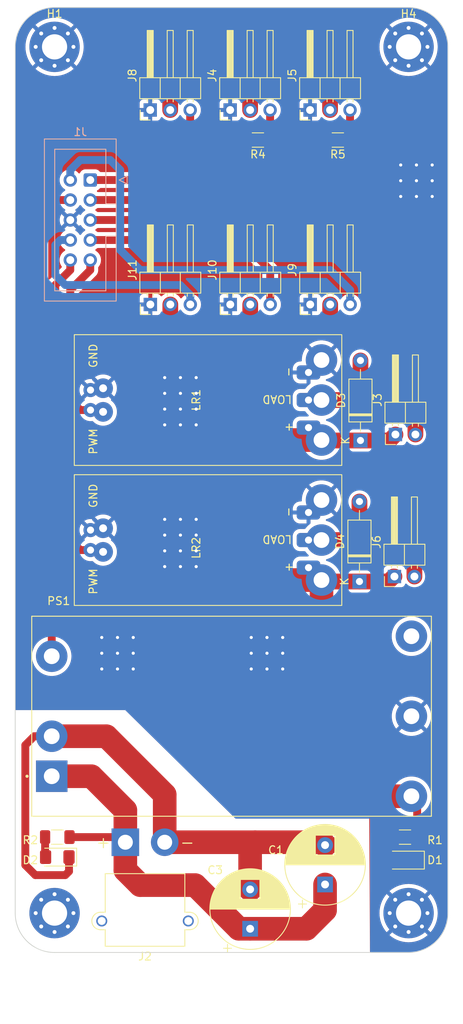
<source format=kicad_pcb>
(kicad_pcb (version 20221018) (generator pcbnew)
  (layers (0 "F.Cu" signal) (31 "B.Cu" signal) (34 "B.Paste" user) (35 "F.Paste" user) (36 "B.SilkS" user "B.Silkscreen") (37 "F.SilkS" user "F.Silkscreen") (38 "B.Mask" user) (39 "F.Mask" user) (44 "Edge.Cuts" user))
  (net 0 "")
  (net 1 "+24V")
  (net 2 "GND2")
  (net 3 "GND")
  (net 4 "Net-(D1-A)")
  (net 5 "Net-(D2-A)")
  (net 6 "IO_A_1")
  (net 7 "IO_A_2")
  (net 8 "IO_D_2")
  (net 9 "IO_D_1")
  (net 10 "IO_D_3")
  (net 11 "IO_A_3")
  (net 12 "IO_A_4")
  (net 13 "IO_P_1")
  (net 14 "IO_P_2")
  (net 15 "Net-(D3-A)")
  (net 16 "Net-(D4-A)")
  (net 17 "+5VP")
  (net 19 "Net-(J4-Pin_3)")
  (net 20 "Net-(J5-Pin_3)")
  (footprint "Diode_THT:D_A-405_P10.16mm_Horizontal" (layer "F.Cu") (at 163.884 74.986 90)
    (fp_text reference "D3" (at 5.08 -2.47 90) (layer "F.SilkS"))
    (fp_text value "D_Schottky_Small")
    (fp_text user "K" (at 0 -1.9 90) (layer "F.SilkS"))
    (pad "1" thru_hole rect (at 0 0 90) (size 1.8 1.8) (drill 0.9) (layers "*.Cu" "*.Mask") (net 17 "+5VP"))
    (pad "2" thru_hole oval (at 10.16 0 90) (size 1.8 1.8) (drill 0.9) (layers "*.Cu" "*.Mask") (net 15 "Net-(D3-A)"))
  )
  (footprint "LED_SMD:LED_1206_3216Metric_Pad1.42x1.75mm_HandSolder" (layer "F.Cu") (at 169.545 128.27 180)
    (fp_text reference "D1" (at -3.81 0) (layer "F.SilkS"))
    (fp_text value "LED_Small")
    (pad "1" smd roundrect (at -1.4875 0 180) (size 1.425 1.75) (layers "F.Cu" "F.Paste" "F.Mask") (roundrect_rratio 0.175439) (net 3 "GND"))
    (pad "2" smd roundrect (at 1.4875 0 180) (size 1.425 1.75) (layers "F.Cu" "F.Paste" "F.Mask") (roundrect_rratio 0.175439) (net 4 "Net-(D1-A)"))
  )
  (footprint "Connector_PinHeader_2.54mm:PinHeader_1x03_P2.54mm_Horizontal" (layer "F.Cu") (at 137.16 33.02 90)
    (fp_text reference "J8" (at 4.385 -2.27 90) (layer "F.SilkS"))
    (fp_text value "Conn_01x03")
    (pad "1" thru_hole rect (at 0 0 90) (size 1.7 1.7) (drill 1) (layers "*.Cu" "*.Mask") (net 3 "GND"))
    (pad "2" thru_hole oval (at 0 2.54 90) (size 1.7 1.7) (drill 1) (layers "*.Cu" "*.Mask") (net 17 "+5VP"))
    (pad "3" thru_hole oval (at 0 5.08 90) (size 1.7 1.7) (drill 1) (layers "*.Cu" "*.Mask") (net 6 "IO_A_1"))
  )
  (footprint "Connector_PinHeader_2.54mm:PinHeader_1x02_P2.54mm_Horizontal" (layer "F.Cu") (at 168.329 74.225 90)
    (fp_text reference "J3" (at 4.385 -2.27 90) (layer "F.SilkS"))
    (fp_text value "Conn_01x02")
    (pad "1" thru_hole rect (at 0 0 90) (size 1.7 1.7) (drill 1) (layers "*.Cu" "*.Mask") (net 17 "+5VP"))
    (pad "2" thru_hole oval (at 0 2.54 90) (size 1.7 1.7) (drill 1) (layers "*.Cu" "*.Mask") (net 15 "Net-(D3-A)"))
  )
  (footprint "LR7843:LR7843-Board" (layer "F.Cu") (at 143.51 69.85 90)
    (fp_text reference "LR1" (at 0 -0.5 90 unlocked) (layer "F.SilkS"))
    (fp_text value "~")
    (fp_text user "-" (at 2.853728 11.781931 90 unlocked) (layer "F.SilkS") (effects (justify left bottom)))
    (fp_text user "GND" (at 4 -13 90 unlocked) (layer "F.SilkS") (effects (justify left bottom)))
    (fp_text user "LOAD" (at 0.683509 11.736718 180 unlocked) (layer "F.SilkS") (effects (justify left bottom)))
    (fp_text user "+" (at -4.154268 11.827144 90 unlocked) (layer "F.SilkS") (effects (justify left bottom)))
    (fp_text user "PWM" (at -7 -13 90 unlocked) (layer "F.SilkS") (effects (justify left bottom)))
    (pad "1" thru_hole circle (at -1.5 -12.34 90) (size 2.5 2.5) (drill 1) (layers "*.Cu" "*.Mask") (net 13 "IO_P_1"))
    (pad "1" thru_hole circle (at -1.27 -13.94 90) (size 1.8 1.8) (drill 0.9) (layers "*.Cu" "*.Mask") (net 13 "IO_P_1"))
    (pad "2" thru_hole circle (at 1.27 -13.94 90) (size 1.8 1.8) (drill 0.9) (layers "*.Cu" "*.Mask") (net 3 "GND"))
    (pad "2" thru_hole circle (at 1.5 -12.34 90) (size 2.5 2.5) (drill 1) (layers "*.Cu" "*.Mask") (net 3 "GND"))
    (pad "3" thru_hole circle (at -5.08 15.42 90) (size 4 4) (drill 2) (layers "*.Cu" "*.Mask") (net 17 "+5VP"))
    (pad "3" thru_hole roundrect (at -3.5 13.77 90) (size 1.8 3) (drill 0.9) (layers "*.Cu" "*.Mask") (net 17 "+5VP"))
    (pad "4" thru_hole roundrect (at 0 13.77 90) (size 1.8 3) (drill 0.9) (layers "*.Cu" "*.Mask") (net 15 "Net-(D3-A)"))
    (pad "4" thru_hole circle (at 0 15.42 90) (size 4 4) (drill 2) (layers "*.Cu" "*.Mask") (net 15 "Net-(D3-A)"))
    (pad "5" thru_hole roundrect (at 3.5 13.77 90) (size 1.8 3) (drill 0.9) (layers "*.Cu" "*.Mask") (net 3 "GND"))
    (pad "5" thru_hole circle (at 5.08 15.42 90) (size 4 4) (drill 2) (layers "*.Cu" "*.Mask") (net 3 "GND"))
  )
  (footprint "Connector_PinHeader_2.54mm:PinHeader_1x03_P2.54mm_Horizontal" (layer "F.Cu") (at 157.495 57.715 90)
    (fp_text reference "J9" (at 4.385 -2.27 90) (layer "F.SilkS"))
    (fp_text value "Conn_01x03")
    (pad "1" thru_hole rect (at 0 0 90) (size 1.7 1.7) (drill 1) (layers "*.Cu" "*.Mask") (net 3 "GND"))
    (pad "2" thru_hole oval (at 0 2.54 90) (size 1.7 1.7) (drill 1) (layers "*.Cu" "*.Mask") (net 17 "+5VP"))
    (pad "3" thru_hole oval (at 0 5.08 90) (size 1.7 1.7) (drill 1) (layers "*.Cu" "*.Mask") (net 7 "IO_A_2"))
  )
  (footprint "MountingHole:MountingHole_3.2mm_M3_Pad_Via" (layer "F.Cu") (at 170 135)
    (fp_text reference "H3" (at 0.18 0.255) (layer "F.SilkS"))
    (fp_text value "MountingHole_Pad")
    (pad "1" thru_hole circle locked (at -2.4 0) (size 0.8 0.8) (drill 0.5) (layers "*.Cu" "*.Mask") (net 3 "GND"))
    (pad "1" thru_hole circle locked (at -1.697056 -1.697056) (size 0.8 0.8) (drill 0.5) (layers "*.Cu" "*.Mask") (net 3 "GND"))
    (pad "1" thru_hole circle locked (at -1.697056 1.697056) (size 0.8 0.8) (drill 0.5) (layers "*.Cu" "*.Mask") (net 3 "GND"))
    (pad "1" thru_hole circle locked (at 0 -2.4) (size 0.8 0.8) (drill 0.5) (layers "*.Cu" "*.Mask") (net 3 "GND"))
    (pad "1" thru_hole circle locked (at 0 0) (size 6.4 6.4) (drill 3.2) (layers "*.Cu" "*.Mask") (net 3 "GND"))
    (pad "1" thru_hole circle locked (at 0 2.4) (size 0.8 0.8) (drill 0.5) (layers "*.Cu" "*.Mask") (net 3 "GND"))
    (pad "1" thru_hole circle locked (at 1.697056 -1.697056) (size 0.8 0.8) (drill 0.5) (layers "*.Cu" "*.Mask") (net 3 "GND"))
    (pad "1" thru_hole circle locked (at 1.697056 1.697056) (size 0.8 0.8) (drill 0.5) (layers "*.Cu" "*.Mask") (net 3 "GND"))
    (pad "1" thru_hole circle locked (at 2.4 0) (size 0.8 0.8) (drill 0.5) (layers "*.Cu" "*.Mask") (net 3 "GND"))
  )
  (footprint "Connector_PinHeader_2.54mm:PinHeader_1x03_P2.54mm_Horizontal" (layer "F.Cu") (at 157.48 33.02 90)
    (fp_text reference "J5" (at 4.385 -2.27 90) (layer "F.SilkS"))
    (fp_text value "Conn_01x03")
    (pad "1" thru_hole rect (at 0 0 90) (size 1.7 1.7) (drill 1) (layers "*.Cu" "*.Mask") (net 3 "GND"))
    (pad "2" thru_hole oval (at 0 2.54 90) (size 1.7 1.7) (drill 1) (layers "*.Cu" "*.Mask") (net 17 "+5VP"))
    (pad "3" thru_hole oval (at 0 5.08 90) (size 1.7 1.7) (drill 1) (layers "*.Cu" "*.Mask") (net 20 "Net-(J5-Pin_3)"))
  )
  (footprint "Resistor_SMD:R_1206_3216Metric_Pad1.30x1.75mm_HandSolder" (layer "F.Cu") (at 169.545 125.349 180)
    (fp_text reference "R1" (at -3.81 -0.381) (layer "F.SilkS"))
    (fp_text value "1k")
    (pad "1" smd roundrect (at -1.55 0 180) (size 1.3 1.75) (layers "F.Cu" "F.Paste" "F.Mask") (roundrect_rratio 0.192308) (net 17 "+5VP"))
    (pad "2" smd roundrect (at 1.55 0 180) (size 1.3 1.75) (layers "F.Cu" "F.Paste" "F.Mask") (roundrect_rratio 0.192308) (net 4 "Net-(D1-A)"))
  )
  (footprint "Capacitor_THT:CP_Radial_D10.0mm_P5.00mm" (layer "F.Cu") (at 149.86 136.987677 90)
    (fp_text reference "C3" (at 7.447677 -4.445 180) (layer "F.SilkS"))
    (fp_text value "220uF 50V")
    (pad "1" thru_hole rect (at 0 0 90) (size 2 2) (drill 1) (layers "*.Cu" "*.Mask") (net 1 "+24V"))
    (pad "2" thru_hole circle (at 5 0 90) (size 2 2) (drill 1) (layers "*.Cu" "*.Mask") (net 2 "GND2"))
  )
  (footprint "Resistor_SMD:R_1206_3216Metric_Pad1.30x1.75mm_HandSolder" (layer "F.Cu") (at 150.85 36.83 180)
    (fp_text reference "R4" (at 0 -1.82) (layer "F.SilkS"))
    (fp_text value "220")
    (pad "1" smd roundrect (at -1.55 0 180) (size 1.3 1.75) (layers "F.Cu" "F.Paste" "F.Mask") (roundrect_rratio 0.192308) (net 19 "Net-(J4-Pin_3)"))
    (pad "2" smd roundrect (at 1.55 0 180) (size 1.3 1.75) (layers "F.Cu" "F.Paste" "F.Mask") (roundrect_rratio 0.192308) (net 8 "IO_D_2"))
  )
  (footprint "Connector_PinHeader_2.54mm:PinHeader_1x03_P2.54mm_Horizontal" (layer "F.Cu") (at 147.32 33.02 90)
    (fp_text reference "J4" (at 4.385 -2.27 90) (layer "F.SilkS"))
    (fp_text value "Conn_01x03")
    (pad "1" thru_hole rect (at 0 0 90) (size 1.7 1.7) (drill 1) (layers "*.Cu" "*.Mask") (net 3 "GND"))
    (pad "2" thru_hole oval (at 0 2.54 90) (size 1.7 1.7) (drill 1) (layers "*.Cu" "*.Mask") (net 17 "+5VP"))
    (pad "3" thru_hole oval (at 0 5.08 90) (size 1.7 1.7) (drill 1) (layers "*.Cu" "*.Mask") (net 19 "Net-(J4-Pin_3)"))
  )
  (footprint "LED_SMD:LED_1206_3216Metric_Pad1.42x1.75mm_HandSolder" (layer "F.Cu") (at 125.349 127.889 180)
    (fp_text reference "D2" (at 3.429 -0.381) (layer "F.SilkS"))
    (fp_text value "LED_Small")
    (pad "1" smd roundrect (at -1.4875 0 180) (size 1.425 1.75) (layers "F.Cu" "F.Paste" "F.Mask") (roundrect_rratio 0.175439) (net 2 "GND2"))
    (pad "2" smd roundrect (at 1.4875 0 180) (size 1.425 1.75) (layers "F.Cu" "F.Paste" "F.Mask") (roundrect_rratio 0.175439) (net 5 "Net-(D2-A)"))
  )
  (footprint "Capacitor_THT:CP_Radial_D10.0mm_P5.00mm" (layer "F.Cu") (at 159.385 131.365 90)
    (fp_text reference "C1" (at 4.365 -6.25 180) (layer "F.SilkS"))
    (fp_text value "220uF 50V")
    (pad "1" thru_hole rect (at 0 0 90) (size 2 2) (drill 1) (layers "*.Cu" "*.Mask") (net 1 "+24V"))
    (pad "2" thru_hole circle (at 5 0 90) (size 2 2) (drill 1) (layers "*.Cu" "*.Mask") (net 2 "GND2"))
  )
  (footprint "MountingHole:MountingHole_3.2mm_M3_Pad_Via" (layer "F.Cu") (at 170 25)
    (fp_text reference "H4" (at 0 -4.2) (layer "F.SilkS"))
    (fp_text value "MountingHole_Pad")
    (pad "1" thru_hole circle locked (at -2.4 0) (size 0.8 0.8) (drill 0.5) (layers "*.Cu" "*.Mask") (net 3 "GND"))
    (pad "1" thru_hole circle locked (at -1.697056 -1.697056) (size 0.8 0.8) (drill 0.5) (layers "*.Cu" "*.Mask") (net 3 "GND"))
    (pad "1" thru_hole circle locked (at -1.697056 1.697056) (size 0.8 0.8) (drill 0.5) (layers "*.Cu" "*.Mask") (net 3 "GND"))
    (pad "1" thru_hole circle locked (at 0 -2.4) (size 0.8 0.8) (drill 0.5) (layers "*.Cu" "*.Mask") (net 3 "GND"))
    (pad "1" thru_hole circle locked (at 0 0) (size 6.4 6.4) (drill 3.2) (layers "*.Cu" "*.Mask") (net 3 "GND"))
    (pad "1" thru_hole circle locked (at 0 2.4) (size 0.8 0.8) (drill 0.5) (layers "*.Cu" "*.Mask") (net 3 "GND"))
    (pad "1" thru_hole circle locked (at 1.697056 -1.697056) (size 0.8 0.8) (drill 0.5) (layers "*.Cu" "*.Mask") (net 3 "GND"))
    (pad "1" thru_hole circle locked (at 1.697056 1.697056) (size 0.8 0.8) (drill 0.5) (layers "*.Cu" "*.Mask") (net 3 "GND"))
    (pad "1" thru_hole circle locked (at 2.4 0) (size 0.8 0.8) (drill 0.5) (layers "*.Cu" "*.Mask") (net 3 "GND"))
  )
  (footprint "Resistor_SMD:R_1206_3216Metric_Pad1.30x1.75mm_HandSolder" (layer "F.Cu") (at 125.349 125.349 180)
    (fp_text reference "R2" (at 3.429 -0.381) (layer "F.SilkS"))
    (fp_text value "10k")
    (pad "1" smd roundrect (at -1.55 0 180) (size 1.3 1.75) (layers "F.Cu" "F.Paste" "F.Mask") (roundrect_rratio 0.192308) (net 1 "+24V"))
    (pad "2" smd roundrect (at 1.55 0 180) (size 1.3 1.75) (layers "F.Cu" "F.Paste" "F.Mask") (roundrect_rratio 0.192308) (net 5 "Net-(D2-A)"))
  )
  (footprint "Diode_THT:D_A-405_P10.16mm_Horizontal" (layer "F.Cu") (at 163.757 92.893 90)
    (fp_text reference "D4" (at 5.08 -2.47 90) (layer "F.SilkS"))
    (fp_text value "D_Schottky_Small")
    (fp_text user "K" (at 0 -1.9 90) (layer "F.SilkS"))
    (pad "1" thru_hole rect (at 0 0 90) (size 1.8 1.8) (drill 0.9) (layers "*.Cu" "*.Mask") (net 17 "+5VP"))
    (pad "2" thru_hole oval (at 10.16 0 90) (size 1.8 1.8) (drill 0.9) (layers "*.Cu" "*.Mask") (net 16 "Net-(D4-A)"))
  )
  (footprint "Connector_AMASS:AMASS_XT30PW-M_1x02_P2.50mm_Horizontal" (layer "F.Cu") (at 134 126 180)
    (fp_text reference "J2" (at -2.5 -14.5) (layer "F.SilkS"))
    (fp_text value "Conn_01x02")
    (fp_text user "+" (at 2.794 0) (layer "F.SilkS") (effects (font (size 1.5 1.5))))
    (fp_text user "-" (at -7.874 0) (layer "F.SilkS") (effects (font (size 1.5 1.5))))
    (pad "" thru_hole circle (at -8 -10 180) (size 1.4 1.4) (drill 1) (layers "*.Cu" "*.Mask"))
    (pad "" thru_hole circle (at 3 -10 180) (size 1.4 1.4) (drill 1) (layers "*.Cu" "*.Mask"))
    (pad "1" thru_hole rect (at 0 0 180) (size 3.5 3.5) (drill 1.9) (layers "*.Cu" "*.Mask") (net 1 "+24V"))
    (pad "2" thru_hole circle (at -5 0 180) (size 3.5 3.5) (drill 1.9) (layers "*.Cu" "*.Mask") (net 2 "GND2"))
  )
  (footprint "Connector_PinHeader_2.54mm:PinHeader_1x02_P2.54mm_Horizontal" (layer "F.Cu") (at 168.202 92.258 90)
    (fp_text reference "J6" (at 4.385 -2.27 90) (layer "F.SilkS"))
    (fp_text value "Conn_01x02")
    (pad "1" thru_hole rect (at 0 0 90) (size 1.7 1.7) (drill 1) (layers "*.Cu" "*.Mask") (net 17 "+5VP"))
    (pad "2" thru_hole oval (at 0 2.54 90) (size 1.7 1.7) (drill 1) (layers "*.Cu" "*.Mask") (net 16 "Net-(D4-A)"))
  )
  (footprint "MountingHole:MountingHole_3.2mm_M3_Pad_Via" (layer "F.Cu") (at 125 135)
    (fp_text reference "H2" (at 0.095 0.255) (layer "F.SilkS"))
    (fp_text value "MountingHole_Pad")
    (pad "1" thru_hole circle locked (at -2.4 0) (size 0.8 0.8) (drill 0.5) (layers "*.Cu" "*.Mask") (net 3 "GND"))
    (pad "1" thru_hole circle locked (at -1.697056 -1.697056) (size 0.8 0.8) (drill 0.5) (layers "*.Cu" "*.Mask") (net 3 "GND"))
    (pad "1" thru_hole circle locked (at -1.697056 1.697056) (size 0.8 0.8) (drill 0.5) (layers "*.Cu" "*.Mask") (net 3 "GND"))
    (pad "1" thru_hole circle locked (at 0 -2.4) (size 0.8 0.8) (drill 0.5) (layers "*.Cu" "*.Mask") (net 3 "GND"))
    (pad "1" thru_hole circle locked (at 0 0) (size 6.4 6.4) (drill 3.2) (layers "*.Cu" "*.Mask") (net 3 "GND"))
    (pad "1" thru_hole circle locked (at 0 2.4) (size 0.8 0.8) (drill 0.5) (layers "*.Cu" "*.Mask") (net 3 "GND"))
    (pad "1" thru_hole circle locked (at 1.697056 -1.697056) (size 0.8 0.8) (drill 0.5) (layers "*.Cu" "*.Mask") (net 3 "GND"))
    (pad "1" thru_hole circle locked (at 1.697056 1.697056) (size 0.8 0.8) (drill 0.5) (layers "*.Cu" "*.Mask") (net 3 "GND"))
    (pad "1" thru_hole circle locked (at 2.4 0) (size 0.8 0.8) (drill 0.5) (layers "*.Cu" "*.Mask") (net 3 "GND"))
  )
  (footprint "Resistor_SMD:R_1206_3216Metric_Pad1.30x1.75mm_HandSolder" (layer "F.Cu") (at 161.01 36.83 180)
    (fp_text reference "R5" (at 0 -1.82) (layer "F.SilkS"))
    (fp_text value "220")
    (pad "1" smd roundrect (at -1.55 0 180) (size 1.3 1.75) (layers "F.Cu" "F.Paste" "F.Mask") (roundrect_rratio 0.192308) (net 20 "Net-(J5-Pin_3)"))
    (pad "2" smd roundrect (at 1.55 0 180) (size 1.3 1.75) (layers "F.Cu" "F.Paste" "F.Mask") (roundrect_rratio 0.192308) (net 10 "IO_D_3"))
  )
  (footprint "LR7843:LR7843-Board" (layer "F.Cu") (at 143.51 87.63 90)
    (fp_text reference "LR2" (at -1 -0.5 90 unlocked) (layer "F.SilkS"))
    (fp_text value "~")
    (fp_text user "+" (at -4.154268 11.827144 90 unlocked) (layer "F.SilkS") (effects (justify left bottom)))
    (fp_text user "-" (at 2.853728 11.781931 90 unlocked) (layer "F.SilkS") (effects (justify left bottom)))
    (fp_text user "LOAD" (at 0.683509 11.736718 180 unlocked) (layer "F.SilkS") (effects (justify left bottom)))
    (fp_text user "GND" (at 4 -13 90 unlocked) (layer "F.SilkS") (effects (justify left bottom)))
    (fp_text user "PWM" (at -7 -13 90 unlocked) (layer "F.SilkS") (effects (justify left bottom)))
    (pad "1" thru_hole circle (at -1.5 -12.34 90) (size 2.5 2.5) (drill 1) (layers "*.Cu" "*.Mask") (net 14 "IO_P_2"))
    (pad "1" thru_hole circle (at -1.27 -13.94 90) (size 1.8 1.8) (drill 0.9) (layers "*.Cu" "*.Mask") (net 14 "IO_P_2"))
    (pad "2" thru_hole circle (at 1.27 -13.94 90) (size 1.8 1.8) (drill 0.9) (layers "*.Cu" "*.Mask") (net 3 "GND"))
    (pad "2" thru_hole circle (at 1.5 -12.34 90) (size 2.5 2.5) (drill 1) (layers "*.Cu" "*.Mask") (net 3 "GND"))
    (pad "3" thru_hole circle (at -5.08 15.42 90) (size 4 4) (drill 2) (layers "*.Cu" "*.Mask") (net 17 "+5VP"))
    (pad "3" thru_hole roundrect (at -3.5 13.77 90) (size 1.8 3) (drill 0.9) (layers "*.Cu" "*.Mask") (net 17 "+5VP"))
    (pad "4" thru_hole roundrect (at 0 13.77 90) (size 1.8 3) (drill 0.9) (layers "*.Cu" "*.Mask") (net 16 "Net-(D4-A)"))
    (pad "4" thru_hole circle (at 0 15.42 90) (size 4 4) (drill 2) (layers "*.Cu" "*.Mask") (net 16 "Net-(D4-A)"))
    (pad "5" thru_hole roundrect (at 3.5 13.77 90) (size 1.8 3) (drill 0.9) (layers "*.Cu" "*.Mask") (net 3 "GND"))
    (pad "5" thru_hole circle (at 5.08 15.42 90) (size 4 4) (drill 2) (layers "*.Cu" "*.Mask") (net 3 "GND"))
  )
  (footprint "TEN 50-2411:CONV_TEN_50-2411" (layer "F.Cu") (at 147.5 110)
    (fp_text reference "PS1" (at -21.975 -14.635) (layer "F.SilkS"))
    (fp_text value "TEN_50-2411")
    (pad "1" thru_hole rect locked (at -22.86 7.62) (size 4 4) (drill 2) (layers "*.Cu" "*.Mask") (net 1 "+24V"))
    (pad "2" thru_hole circle locked (at -22.86 2.54) (size 4 4) (drill 2) (layers "*.Cu" "*.Mask") (net 2 "GND2"))
    (pad "3" thru_hole circle locked (at -22.86 -7.62) (size 4 4) (drill 2) (layers "*.Cu" "*.Mask") (net 9 "IO_D_1"))
    (pad "4" thru_hole circle locked (at 22.86 10.16) (size 4 4) (drill 2) (layers "*.Cu" "*.Mask") (net 17 "+5VP"))
    (pad "5" thru_hole circle locked (at 22.86 0) (size 4 4) (drill 2) (layers "*.Cu" "*.Mask") (net 3 "GND"))
    (pad "6" thru_hole circle locked (at 22.86 -10.16) (size 4 4) (drill 2) (layers "*.Cu" "*.Mask"))
  )
  (footprint "Connector_PinHeader_2.54mm:PinHeader_1x03_P2.54mm_Horizontal" (layer "F.Cu") (at 137.175 57.715 90)
    (fp_text reference "J11" (at 4.385 -2.27 90) (layer "F.SilkS"))
    (fp_text value "Conn_01x03")
    (pad "1" thru_hole rect (at 0 0 90) (size 1.7 1.7) (drill 1) (layers "*.Cu" "*.Mask") (net 3 "GND"))
    (pad "2" thru_hole oval (at 0 2.54 90) (size 1.7 1.7) (drill 1) (layers "*.Cu" "*.Mask") (net 17 "+5VP"))
    (pad "3" thru_hole oval (at 0 5.08 90) (size 1.7 1.7) (drill 1) (layers "*.Cu" "*.Mask") (net 12 "IO_A_4"))
  )
  (footprint "Connector_PinHeader_2.54mm:PinHeader_1x03_P2.54mm_Horizontal" (layer "F.Cu") (at 147.335 57.715 90)
    (fp_text reference "J10" (at 4.385 -2.27 90) (layer "F.SilkS"))
    (fp_text value "Conn_01x03")
    (pad "1" thru_hole rect (at 0 0 90) (size 1.7 1.7) (drill 1) (layers "*.Cu" "*.Mask") (net 3 "GND"))
    (pad "2" thru_hole oval (at 0 2.54 90) (size 1.7 1.7) (drill 1) (layers "*.Cu" "*.Mask") (net 17 "+5VP"))
    (pad "3" thru_hole oval (at 0 5.08 90) (size 1.7 1.7) (drill 1) (layers "*.Cu" "*.Mask") (net 11 "IO_A_3"))
  )
  (footprint "MountingHole:MountingHole_3.2mm_M3_Pad_Via" (layer "F.Cu") (at 125 25)
    (fp_text reference "H1" (at 0 -4.2) (layer "F.SilkS"))
    (fp_text value "MountingHole_Pad")
    (pad "1" thru_hole circle locked (at -2.4 0) (size 0.8 0.8) (drill 0.5) (layers "*.Cu" "*.Mask") (net 3 "GND"))
    (pad "1" thru_hole circle locked (at -1.697056 -1.697056) (size 0.8 0.8) (drill 0.5) (layers "*.Cu" "*.Mask") (net 3 "GND"))
    (pad "1" thru_hole circle locked (at -1.697056 1.697056) (size 0.8 0.8) (drill 0.5) (layers "*.Cu" "*.Mask") (net 3 "GND"))
    (pad "1" thru_hole circle locked (at 0 -2.4) (size 0.8 0.8) (drill 0.5) (layers "*.Cu" "*.Mask") (net 3 "GND"))
    (pad "1" thru_hole circle locked (at 0 0) (size 6.4 6.4) (drill 3.2) (layers "*.Cu" "*.Mask") (net 3 "GND"))
    (pad "1" thru_hole circle locked (at 0 2.4) (size 0.8 0.8) (drill 0.5) (layers "*.Cu" "*.Mask") (net 3 "GND"))
    (pad "1" thru_hole circle locked (at 1.697056 -1.697056) (size 0.8 0.8) (drill 0.5) (layers "*.Cu" "*.Mask") (net 3 "GND"))
    (pad "1" thru_hole circle locked (at 1.697056 1.697056) (size 0.8 0.8) (drill 0.5) (layers "*.Cu" "*.Mask") (net 3 "GND"))
    (pad "1" thru_hole circle locked (at 2.4 0) (size 0.8 0.8) (drill 0.5) (layers "*.Cu" "*.Mask") (net 3 "GND"))
  )
  (footprint "Connector_IDC:IDC-Header_2x05_P2.54mm_Vertical" (layer "B.Cu") (at 129.54 41.91 180)
    (fp_text reference "J1" (at 1.27 6.1) (layer "B.SilkS") (effects (justify mirror)))
    (fp_text value "Conn_02x05_Odd_Even")
    (pad "1" thru_hole roundrect (at 0 0 180) (size 1.7 1.7) (drill 1) (layers "*.Cu" "*.Mask") (roundrect_rratio 0.147059) (net 6 "IO_A_1"))
    (pad "2" thru_hole circle (at 2.54 0 180) (size 1.7 1.7) (drill 1) (layers "*.Cu" "*.Mask") (net 7 "IO_A_2"))
    (pad "3" thru_hole circle (at 0 -2.54 180) (size 1.7 1.7) (drill 1) (layers "*.Cu" "*.Mask") (net 8 "IO_D_2"))
    (pad "4" thru_hole circle (at 2.54 -2.54 180) (size 1.7 1.7) (drill 1) (layers "*.Cu" "*.Mask") (net 9 "IO_D_1"))
    (pad "5" thru_hole circle (at 0 -5.08 180) (size 1.7 1.7) (drill 1) (layers "*.Cu" "*.Mask") (net 10 "IO_D_3"))
    (pad "6" thru_hole circle (at 2.54 -5.08 180) (size 1.7 1.7) (drill 1) (layers "*.Cu" "*.Mask") (net 3 "GND"))
    (pad "7" thru_hole circle (at 0 -7.62 180) (size 1.7 1.7) (drill 1) (layers "*.Cu" "*.Mask") (net 11 "IO_A_3"))
    (pad "8" thru_hole circle (at 2.54 -7.62 180) (size 1.7 1.7) (drill 1) (layers "*.Cu" "*.Mask") (net 12 "IO_A_4"))
    (pad "9" thru_hole circle (at 0 -10.16 180) (size 1.7 1.7) (drill 1) (layers "*.Cu" "*.Mask") (net 13 "IO_P_1"))
    (pad "10" thru_hole circle (at 2.54 -10.16 180) (size 1.7 1.7) (drill 1) (layers "*.Cu" "*.Mask") (net 14 "IO_P_2"))
  )
  (gr_arc (start 175 135) (mid 173.535534 138.535534) (end 170 140) (stroke (width 0.1)) (layer "Edge.Cuts"))
  (gr_line (start 120 25) (end 120 135) (stroke (width 0.1)) (layer "Edge.Cuts"))
  (gr_line (start 125 140) (end 170 140) (stroke (width 0.1)) (layer "Edge.Cuts"))
  (gr_arc (start 120 25) (mid 121.464466 21.464466) (end 125 20) (stroke (width 0.1)) (layer "Edge.Cuts"))
  (gr_arc (start 125 140) (mid 121.464466 138.535534) (end 120 135) (stroke (width 0.1)) (layer "Edge.Cuts"))
  (gr_line (start 170 20) (end 125 20) (stroke (width 0.1)) (layer "Edge.Cuts"))
  (gr_arc (start 170 20) (mid 173.535534 21.464466) (end 175 25) (stroke (width 0.1)) (layer "Edge.Cuts"))
  (gr_line (start 175 135) (end 175 25) (stroke (width 0.1)) (layer "Edge.Cuts"))
  (segment (start 126.899 125.349) (end 133.349 125.349) (width 1) (layer "F.Cu") (net 1))
  (segment (start 149.86 136.987677) (end 148.417677 136.987677) (width 3) (layer "F.Cu") (net 1))
  (segment (start 134 121.935) (end 129.685 117.62) (width 3) (layer "F.Cu") (net 1))
  (segment (start 159.385 134.62) (end 159.385 131.365) (width 3) (layer "F.Cu") (net 1))
  (segment (start 148.417677 136.987677) (end 142.875 131.445) (width 3) (layer "F.Cu") (net 1))
  (segment (start 134 129.555) (end 134 126) (width 3) (layer "F.Cu") (net 1))
  (segment (start 134 126) (end 134 121.935) (width 3) (layer "F.Cu") (net 1))
  (segment (start 133.349 125.349) (end 134 126) (width 1) (layer "F.Cu") (net 1))
  (segment (start 142.875 131.445) (end 135.89 131.445) (width 3) (layer "F.Cu") (net 1))
  (segment (start 135.89 131.445) (end 134 129.555) (width 3) (layer "F.Cu") (net 1))
  (segment (start 129.685 117.62) (end 124.64 117.62) (width 3) (layer "F.Cu") (net 1))
  (segment (start 149.86 136.987677) (end 157.017323 136.987677) (width 3) (layer "F.Cu") (net 1))
  (segment (start 157.017323 136.987677) (end 159.385 134.62) (width 3) (layer "F.Cu") (net 1))
  (segment (start 126.8365 127.889) (end 126.8365 129.7035) (width 1) (layer "F.Cu") (net 2))
  (segment (start 121.285 113.665) (end 122.41 112.54) (width 1) (layer "F.Cu") (net 2))
  (segment (start 122.41 112.54) (end 124.64 112.54) (width 1) (layer "F.Cu") (net 2))
  (segment (start 150.495 126) (end 159.02 126) (width 3) (layer "F.Cu") (net 2))
  (segment (start 149.86 126.635) (end 150.495 126) (width 3) (layer "F.Cu") (net 2))
  (segment (start 139 119.95) (end 131.59 112.54) (width 3) (layer "F.Cu") (net 2))
  (segment (start 126.8365 129.7035) (end 126.365 130.175) (width 1) (layer "F.Cu") (net 2))
  (segment (start 122.555 130.175) (end 121.285 128.905) (width 1) (layer "F.Cu") (net 2))
  (segment (start 131.59 112.54) (end 124.64 112.54) (width 3) (layer "F.Cu") (net 2))
  (segment (start 121.285 128.905) (end 121.285 113.665) (width 1) (layer "F.Cu") (net 2))
  (segment (start 139 126) (end 150.495 126) (width 3) (layer "F.Cu") (net 2))
  (segment (start 159.02 126) (end 159.385 126.365) (width 3) (layer "F.Cu") (net 2))
  (segment (start 149.86 131.987677) (end 149.86 126.635) (width 3) (layer "F.Cu") (net 2))
  (segment (start 126.365 130.175) (end 122.555 130.175) (width 1) (layer "F.Cu") (net 2))
  (segment (start 139 126) (end 139 119.95) (width 3) (layer "F.Cu") (net 2))
  (via (at 139 71) (size 1) (drill 0.4) (layers "F.Cu" "B.Cu") (net 3))
  (via (at 169 40) (size 1) (drill 0.4) (layers "F.Cu" "B.Cu") (net 3))
  (via (at 171 44) (size 1) (drill 0.4) (layers "F.Cu" "B.Cu") (net 3))
  (via (at 169 42) (size 1) (drill 0.4) (layers "F.Cu" "B.Cu") (net 3))
  (via (at 139 87) (size 1) (drill 0.4) (layers "F.Cu" "B.Cu") (net 3))
  (via (at 171 40) (size 1) (drill 0.4) (layers "F.Cu" "B.Cu") (net 3))
  (via (at 152 104) (size 1) (drill 0.4) (layers "F.Cu" "B.Cu") (net 3))
  (via (at 143 89) (size 1) (drill 0.4) (layers "F.Cu" "B.Cu") (net 3))
  (via (at 135 100) (size 1) (drill 0.4) (layers "F.Cu" "B.Cu") (net 3))
  (via (at 139 89) (size 1) (drill 0.4) (layers "F.Cu" "B.Cu") (net 3))
  (via (at 150 104) (size 1) (drill 0.4) (layers "F.Cu" "B.Cu") (net 3))
  (via (at 150 100) (size 1) (drill 0.4) (layers "F.Cu" "B.Cu") (net 3))
  (via (at 143 91) (size 1) (drill 0.4) (layers "F.Cu" "B.Cu") (net 3))
  (via (at 173 40) (size 1) (drill 0.4) (layers "F.Cu" "B.Cu") (net 3))
  (via (at 133 104) (size 1) (drill 0.4) (layers "F.Cu" "B.Cu") (net 3))
  (via (at 173 42) (size 1) (drill 0.4) (layers "F.Cu" "B.Cu") (net 3))
  (via (at 131 100) (size 1) (drill 0.4) (layers "F.Cu" "B.Cu") (net 3))
  (via (at 141 85) (size 1) (drill 0.4) (layers "F.Cu" "B.Cu") (net 3))
  (via (at 139 69) (size 1) (drill 0.4) (layers "F.Cu" "B.Cu") (net 3))
  (via (at 171 42) (size 1) (drill 0.4) (layers "F.Cu" "B.Cu") (net 3))
  (via (at 131 102) (size 1) (drill 0.4) (layers "F.Cu" "B.Cu") (net 3))
  (via (at 139 91) (size 1) (drill 0.4) (layers "F.Cu" "B.Cu") (net 3))
  (via (at 139 73) (size 1) (drill 0.4) (layers "F.Cu" "B.Cu") (net 3))
  (via (at 133 100) (size 1) (drill 0.4) (layers "F.Cu" "B.Cu") (net 3))
  (via (at 154 104) (size 1) (drill 0.4) (layers "F.Cu" "B.Cu") (net 3))
  (via (at 131 104) (size 1) (drill 0.4) (layers "F.Cu" "B.Cu") (net 3))
  (via (at 141 73) (size 1) (drill 0.4) (layers "F.Cu" "B.Cu") (net 3))
  (via (at 143 67) (size 1) (drill 0.4) (layers "F.Cu" "B.Cu") (net 3))
  (via (at 154 102) (size 1) (drill 0.4) (layers "F.Cu" "B.Cu") (net 3))
  (via (at 152 100) (size 1) (drill 0.4) (layers "F.Cu" "B.Cu") (net 3))
  (via (at 143 87) (size 1) (drill 0.4) (layers "F.Cu" "B.Cu") (net 3))
  (via (at 143 85) (size 1) (drill 0.4) (layers "F.Cu" "B.Cu") (net 3))
  (via (at 139 67) (size 1) (drill 0.4) (layers "F.Cu" "B.Cu") (net 3))
  (via (at 143 73) (size 1) (drill 0.4) (layers "F.Cu" "B.Cu") (net 3))
  (via (at 141 91) (size 1) (drill 0.4) (layers "F.Cu" "B.Cu") (net 3))
  (via (at 139 85) (size 1) (drill 0.4) (layers "F.Cu" "B.Cu") (net 3))
  (via (at 141 89) (size 1) (drill 0.4) (layers "F.Cu" "B.Cu") (net 3))
  (via (at 141 69) (size 1) (drill 0.4) (layers "F.Cu" "B.Cu") (net 3))
  (via (at 152 102) (size 1) (drill 0.4) (layers "F.Cu" "B.Cu") (net 3))
  (via (at 143 71) (size 1) (drill 0.4) (layers "F.Cu" "B.Cu") (net 3))
  (via (at 133 102) (size 1) (drill 0.4) (layers "F.Cu" "B.Cu") (net 3))
  (via (at 143 69) (size 1) (drill 0.4) (layers "F.Cu" "B.Cu") (net 3))
  (via (at 135 102) (size 1) (drill 0.4) (layers "F.Cu" "B.Cu") (net 3))
  (via (at 141 87) (size 1) (drill 0.4) (layers "F.Cu" "B.Cu") (net 3))
  (via (at 141 67) (size 1) (drill 0.4) (layers "F.Cu" "B.Cu") (net 3))
  (via (at 154 100) (size 1) (drill 0.4) (layers "F.Cu" "B.Cu") (net 3))
  (via (at 141 71) (size 1) (drill 0.4) (layers "F.Cu" "B.Cu") (net 3))
  (via (at 135 104) (size 1) (drill 0.4) (layers "F.Cu" "B.Cu") (net 3))
  (via (at 169 44) (size 1) (drill 0.4) (layers "F.Cu" "B.Cu") (net 3))
  (via (at 173 44) (size 1) (drill 0.4) (layers "F.Cu" "B.Cu") (net 3))
  (via (at 150 102) (size 1) (drill 0.4) (layers "F.Cu" "B.Cu") (net 3))
  (segment (start 168.0575 125.4115) (end 167.995 125.349) (width 1) (layer "F.Cu") (net 4))
  (segment (start 168.0575 128.27) (end 168.0575 125.4115) (width 1) (layer "F.Cu") (net 4))
  (segment (start 123.799 125.349) (end 123.799 127.8265) (width 1) (layer "F.Cu") (net 5))
  (segment (start 123.799 127.8265) (end 123.8615 127.889) (width 1) (layer "F.Cu") (net 5))
  (segment (start 142.24 35.56) (end 142.24 33.02) (width 1) (layer "F.Cu") (net 6))
  (segment (start 135.89 41.91) (end 142.24 35.56) (width 1) (layer "F.Cu") (net 6))
  (segment (start 129.54 41.91) (end 135.89 41.91) (width 1) (layer "F.Cu") (net 6))
  (segment (start 127 41.91) (end 127 40.64) (width 1) (layer "B.Cu") (net 7))
  (segment (start 127 40.64) (end 128.27 39.37) (width 1) (layer "B.Cu") (net 7))
  (segment (start 135.89 53.34) (end 160.02 53.34) (width 1) (layer "B.Cu") (net 7))
  (segment (start 162.575 55.895) (end 162.575 57.715) (width 1) (layer "B.Cu") (net 7))
  (segment (start 128.27 39.37) (end 132.08 39.37) (width 1) (layer "B.Cu") (net 7))
  (segment (start 132.08 39.37) (end 133.35 40.64) (width 1) (layer "B.Cu") (net 7))
  (segment (start 133.35 50.8) (end 135.89 53.34) (width 1) (layer "B.Cu") (net 7))
  (segment (start 160.02 53.34) (end 162.575 55.895) (width 1) (layer "B.Cu") (net 7))
  (segment (start 133.35 40.64) (end 133.35 50.8) (width 1) (layer "B.Cu") (net 7))
  (segment (start 129.54 44.45) (end 137.16 44.45) (width 1) (layer "F.Cu") (net 8))
  (segment (start 144.78 36.83) (end 149.3 36.83) (width 1) (layer "F.Cu") (net 8))
  (segment (start 137.16 44.45) (end 144.78 36.83) (width 1) (layer "F.Cu") (net 8))
  (segment (start 127 44.45) (end 124.46 44.45) (width 1) (layer "F.Cu") (net 9))
  (segment (start 124.64 73.205) (end 124.64 102.38) (width 1) (layer "F.Cu") (net 9))
  (segment (start 124.46 44.45) (end 123.19 45.72) (width 1) (layer "F.Cu") (net 9))
  (segment (start 123.19 45.72) (end 123.19 71.755) (width 1) (layer "F.Cu") (net 9))
  (segment (start 123.19 71.755) (end 124.64 73.205) (width 1) (layer "F.Cu") (net 9))
  (segment (start 156.845 36.83) (end 159.46 36.83) (width 1) (layer "F.Cu") (net 10))
  (segment (start 153.035 40.64) (end 156.845 36.83) (width 1) (layer "F.Cu") (net 10))
  (segment (start 129.54 46.99) (end 138.43 46.99) (width 1) (layer "F.Cu") (net 10))
  (segment (start 138.43 46.99) (end 144.78 40.64) (width 1) (layer "F.Cu") (net 10))
  (segment (start 144.78 40.64) (end 153.035 40.64) (width 1) (layer "F.Cu") (net 10))
  (segment (start 129.54 49.53) (end 148.59 49.53) (width 1) (layer "F.Cu") (net 11))
  (segment (start 152.415 53.355) (end 152.415 57.715) (width 1) (layer "F.Cu") (net 11))
  (segment (start 148.59 49.53) (end 152.415 53.355) (width 1) (layer "F.Cu") (net 11))
  (segment (start 142.255 56.53) (end 142.255 57.715) (width 1) (layer "B.Cu") (net 12))
  (segment (start 125.73 49.53) (end 125.095 50.165) (width 1) (layer "B.Cu") (net 12))
  (segment (start 125.095 50.165) (end 125.095 53.975) (width 1) (layer "B.Cu") (net 12))
  (segment (start 127 49.53) (end 125.73 49.53) (width 1) (layer "B.Cu") (net 12))
  (segment (start 126.365 55.245) (end 140.97 55.245) (width 1) (layer "B.Cu") (net 12))
  (segment (start 140.97 55.245) (end 142.255 56.53) (width 1) (layer "B.Cu") (net 12))
  (segment (start 125.095 53.975) (end 126.365 55.245) (width 1) (layer "B.Cu") (net 12))
  (segment (start 127 69.85) (end 128.27 71.12) (width 1) (layer "F.Cu") (net 13))
  (segment (start 129.54 53.34) (end 127 55.88) (width 1) (layer "F.Cu") (net 13))
  (segment (start 129.54 52.07) (end 129.54 53.34) (width 1) (layer "F.Cu") (net 13))
  (segment (start 127 55.88) (end 127 69.85) (width 1) (layer "F.Cu") (net 13))
  (segment (start 128.27 71.12) (end 129.57 71.12) (width 1) (layer "F.Cu") (net 13))
  (segment (start 127 72.39) (end 127 87.63) (width 1) (layer "F.Cu") (net 14))
  (segment (start 125.095 70.485) (end 127 72.39) (width 1) (layer "F.Cu") (net 14))
  (segment (start 127 52.07) (end 127 53.34) (width 1) (layer "F.Cu") (net 14))
  (segment (start 128.27 88.9) (end 129.57 88.9) (width 1) (layer "F.Cu") (net 14))
  (segment (start 127 87.63) (end 128.27 88.9) (width 1) (layer "F.Cu") (net 14))
  (segment (start 125.095 55.245) (end 125.095 70.485) (width 1) (layer "F.Cu") (net 14))
  (segment (start 127 53.34) (end 125.095 55.245) (width 1) (layer "F.Cu") (net 14))
  (segment (start 163.83 69.85) (end 169.545 69.85) (width 2) (layer "F.Cu") (net 15))
  (segment (start 158.93 69.85) (end 163.83 69.85) (width 2) (layer "F.Cu") (net 15))
  (segment (start 163.884 64.826) (end 163.884 69.796) (width 2) (layer "F.Cu") (net 15))
  (segment (start 163.884 69.796) (end 163.83 69.85) (width 2) (layer "F.Cu") (net 15))
  (segment (start 170.869 71.174) (end 170.869 74.225) (width 2) (layer "F.Cu") (net 15))
  (segment (start 169.545 69.85) (end 170.869 71.174) (width 2) (layer "F.Cu") (net 15))
  (segment (start 163.83 87.63) (end 158.93 87.63) (width 2) (layer "F.Cu") (net 16))
  (segment (start 170.742 89.462) (end 168.91 87.63) (width 2) (layer "F.Cu") (net 16))
  (segment (start 168.91 87.63) (end 163.83 87.63) (width 2) (layer "F.Cu") (net 16))
  (segment (start 170.742 92.258) (end 170.742 89.462) (width 2) (layer "F.Cu") (net 16))
  (segment (start 163.757 82.733) (end 163.757 87.557) (width 2) (layer "F.Cu") (net 16))
  (segment (start 163.757 87.557) (end 163.83 87.63) (width 2) (layer "F.Cu") (net 16))
  (segment (start 154.305 60.325) (end 153.035 61.595) (width 2) (layer "F.Cu") (net 17))
  (segment (start 149.86 60.325) (end 156.21 60.325) (width 2) (layer "F.Cu") (net 17))
  (segment (start 168.329 74.241) (end 167.584 74.986) (width 2) (layer "F.Cu") (net 17))
  (segment (start 164.48 60.31) (end 160.035 60.31) (width 2) (layer "F.Cu") (net 17))
  (segment (start 153.035 75.565) (end 153.67 74.93) (width 3) (layer "F.Cu") (net 17))
  (segment (start 149.875 60.31) (end 149.86 60.325) (width 2) (layer "F.Cu") (net 17))
  (segment (start 171.095 120.895) (end 170.36 120.16) (width 1) (layer "F.Cu") (net 17))
  (segment (start 158.93 92.71) (end 154.305 92.71) (width 3) (layer "F.Cu") (net 17))
  (segment (start 167.584 74.986) (end 163.884 74.986) (width 2) (layer "F.Cu") (net 17))
  (segment (start 149.86 33.02) (end 149.86 30.48) (width 2) (layer "F.Cu") (net 17))
  (segment (start 171.095 125.349) (end 171.095 120.895) (width 1) (layer "F.Cu") (net 17))
  (segment (start 139.715 57.715) (end 139.715 59.705) (width 2) (layer "F.Cu") (net 17))
  (segment (start 154.305 92.71) (end 153.035 91.44) (width 3) (layer "F.Cu") (net 17))
  (segment (start 153.67 74.93) (end 158.93 74.93) (width 3) (layer "F.Cu") (net 17))
  (segment (start 168.329 74.225) (end 168.329 74.241) (width 2) (layer "F.Cu") (net 17))
  (segment (start 149.875 57.715) (end 149.875 60.31) (width 2) (layer "F.Cu") (net 17))
  (segment (start 160.035 60.31) (end 160.035 57.715) (width 2) (layer "F.Cu") (net 17))
  (segment (start 149.86 30.48) (end 160.02 30.48) (width 2) (layer "F.Cu") (net 17))
  (segment (start 139.7 31.115) (end 140.335 30.48) (width 2) (layer "F.Cu") (net 17))
  (segment (start 139.7 33.02) (end 139.7 31.115) (width 2) (layer "F.Cu") (net 17))
  (segment (start 160.02 30.48) (end 160.02 33.02) (width 2) (layer "F.Cu") (net 17))
  (segment (start 156.21 60.325) (end 160.02 60.325) (width 2) (layer "F.Cu") (net 17))
  (segment (start 165.1 30.48) (end 165.735 31.115) (width 2) (layer "F.Cu") (net 17))
  (segment (start 149.86 60.325) (end 151.765 60.325) (width 2) (layer "F.Cu") (net 17))
  (segment (start 165.735 59.055) (end 164.48 60.31) (width 2) (layer "F.Cu") (net 17))
  (segment (start 158.93 115.75) (end 163.34 120.16) (width 3) (layer "F.Cu") (net 17))
  (segment (start 139.715 59.705) (end 140.335 60.325) (width 2) (layer "F.Cu") (net 17))
  (segment (start 140.335 30.48) (end 149.86 30.48) (width 2) (layer "F.Cu") (net 17))
  (segment (start 165.735 31.115) (end 165.735 59.055) (width 2) (layer "F.Cu") (net 17))
  (segment (start 168.092 92.258) (end 167.457 92.893) (width 2) (layer "F.Cu") (net 17))
  (segment (start 153.035 75.565) (end 153.035 61.595) (width 3) (layer "F.Cu") (net 17))
  (segment (start 158.93 92.71) (end 158.93 115.75) (width 3) (layer "F.Cu") (net 17))
  (segment (start 160.02 60.325) (end 160.035 60.31) (width 2) (layer "F.Cu") (net 17))
  (segment (start 140.335 60.325) (end 149.86 60.325) (width 2) (layer "F.Cu") (net 17))
  (segment (start 153.035 91.44) (end 153.035 75.565) (width 3) (layer "F.Cu") (net 17))
  (segment (start 163.34 120.16) (end 170.36 120.16) (width 3) (layer "F.Cu") (net 17))
  (segment (start 168.202 92.258) (end 168.092 92.258) (width 2) (layer "F.Cu") (net 17))
  (segment (start 159.113 92.893) (end 158.93 92.71) (width 2) (layer "F.Cu") (net 17))
  (segment (start 158.986 74.986) (end 158.93 74.93) (width 2) (layer "F.Cu") (net 17))
  (segment (start 151.765 60.325) (end 153.035 61.595) (width 2) (layer "F.Cu") (net 17))
  (segment (start 160.02 30.48) (end 165.1 30.48) (width 2) (layer "F.Cu") (net 17))
  (segment (start 156.21 60.325) (end 154.305 60.325) (width 2) (layer "F.Cu") (net 17))
  (segment (start 163.757 92.893) (end 159.113 92.893) (width 2) (layer "F.Cu") (net 17))
  (segment (start 163.884 74.986) (end 158.986 74.986) (width 2) (layer "F.Cu") (net 17))
  (segment (start 167.457 92.893) (end 163.757 92.893) (width 2) (layer "F.Cu") (net 17))
  (segment (start 152.4 36.83) (end 152.4 33.02) (width 1) (layer "F.Cu") (net 19))
  (segment (start 162.56 33.02) (end 162.56 36.83) (width 1) (layer "F.Cu") (net 20))
  (zone (net 3) (net_name "GND") (layer "F.Cu") (connect_pads (clearance 0.508)) (min_thickness 0.25) (fill yes (thermal_gap 0.5) (thermal_bridge_width 0.5))
    (polygon (pts (xy 118.745 109.22) (xy 118.745 19.05) (xy 175.895 19.05) (xy 175.895 140.97) (xy 165.1 140.97) (xy 165 123) (xy 148 123) (xy 133.985 109.22)))
  )
  (zone (net 3) (net_name "GND") (layer "B.Cu") (connect_pads (clearance 0.508)) (min_thickness 0.25) (fill yes (thermal_gap 0.5) (thermal_bridge_width 0.5))
    (polygon (pts (xy 118.745 109.22) (xy 118.745 19.05) (xy 175.895 19.05) (xy 175.895 140.97) (xy 165.1 140.97) (xy 165.1 123) (xy 148 123) (xy 133.985 109.22)))
  )
)
</source>
